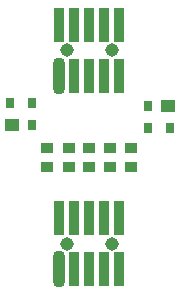
<source format=gts>
G04*
G04 #@! TF.GenerationSoftware,Altium Limited,Altium Designer,22.7.1 (60)*
G04*
G04 Layer_Color=20142*
%FSLAX25Y25*%
%MOIN*%
G70*
G04*
G04 #@! TF.SameCoordinates,4E350FCD-7793-4D70-B8A6-44CA439EF18F*
G04*
G04*
G04 #@! TF.FilePolarity,Negative*
G04*
G01*
G75*
%ADD18R,0.04147X0.03556*%
%ADD19R,0.03700X0.11800*%
G04:AMPARAMS|DCode=20|XSize=37mil|YSize=118mil|CornerRadius=11.25mil|HoleSize=0mil|Usage=FLASHONLY|Rotation=0.000|XOffset=0mil|YOffset=0mil|HoleType=Round|Shape=RoundedRectangle|*
%AMROUNDEDRECTD20*
21,1,0.03700,0.09550,0,0,0.0*
21,1,0.01450,0.11800,0,0,0.0*
1,1,0.02250,0.00725,-0.04775*
1,1,0.02250,-0.00725,-0.04775*
1,1,0.02250,-0.00725,0.04775*
1,1,0.02250,0.00725,0.04775*
%
%ADD20ROUNDEDRECTD20*%
%ADD21R,0.03162X0.03556*%
%ADD22R,0.05131X0.03950*%
%ADD23C,0.04500*%
D18*
X2000Y-571D02*
D03*
Y-7067D02*
D03*
X16000D02*
D03*
Y-571D02*
D03*
X9000Y-7067D02*
D03*
Y-571D02*
D03*
X-4788Y-7067D02*
D03*
Y-571D02*
D03*
X-12000Y-7067D02*
D03*
Y-571D02*
D03*
D19*
X12000Y40500D02*
D03*
X7000D02*
D03*
X2000D02*
D03*
X-3000D02*
D03*
X-8000D02*
D03*
X-3000Y23500D02*
D03*
X2000D02*
D03*
X7000D02*
D03*
X12000D02*
D03*
Y-24000D02*
D03*
X7000D02*
D03*
X2000D02*
D03*
X-3000D02*
D03*
X-8000D02*
D03*
X-3000Y-41000D02*
D03*
X2000D02*
D03*
X7000D02*
D03*
X12000D02*
D03*
D20*
X-8000Y23500D02*
D03*
Y-41000D02*
D03*
D21*
X-24487Y14480D02*
D03*
X-17000D02*
D03*
Y7000D02*
D03*
X29000Y6000D02*
D03*
X21513D02*
D03*
Y13480D02*
D03*
D22*
X-23700Y7000D02*
D03*
X28213Y13480D02*
D03*
D23*
X9500Y32000D02*
D03*
X-5500D02*
D03*
X9500Y-32500D02*
D03*
X-5500D02*
D03*
M02*

</source>
